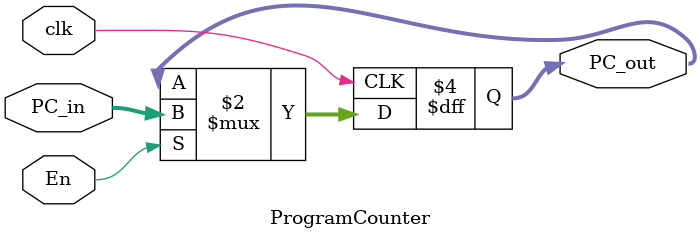
<source format=v>
`timescale 1ns / 1ps


module ProgramCounter(
	input En,
	input clk,
	input [31:0] PC_in,
	output reg[31:0] PC_out
	);
	
	always @(posedge clk) begin
		if (En)  PC_out<=PC_in;
	end
endmodule

</source>
